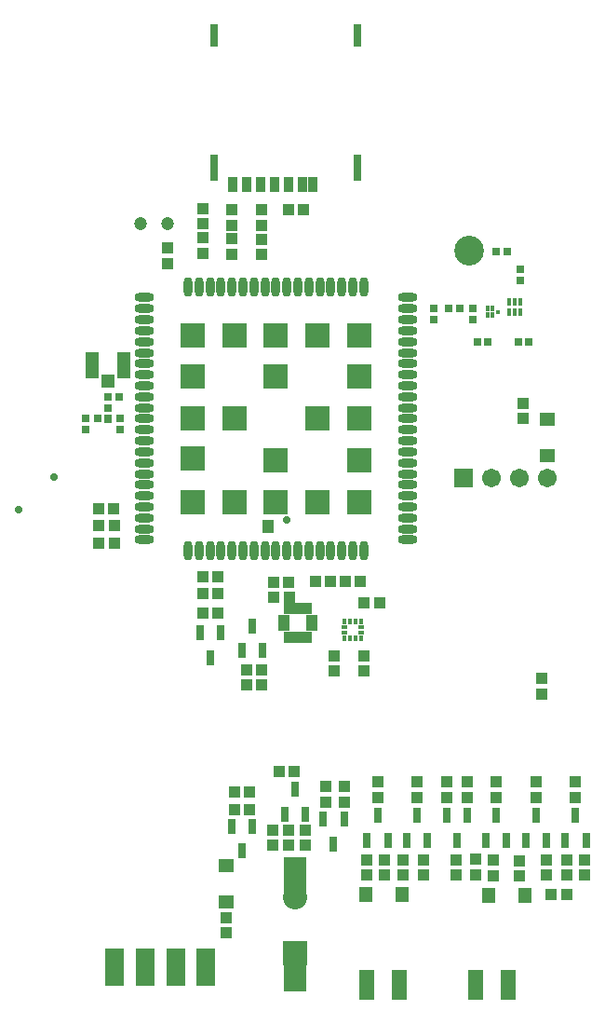
<source format=gbs>
G04*
G04 #@! TF.GenerationSoftware,Altium Limited,Altium Designer,21.2.1 (34)*
G04*
G04 Layer_Color=16711935*
%FSTAX24Y24*%
%MOIN*%
G70*
G04*
G04 #@! TF.SameCoordinates,4AC015DC-E3C4-4AC6-9BA4-5EE9E9B64A6E*
G04*
G04*
G04 #@! TF.FilePolarity,Negative*
G04*
G01*
G75*
%ADD46C,0.0671*%
%ADD47R,0.0680X0.1340*%
%ADD49R,0.0434X0.0395*%
%ADD51R,0.0552X0.1064*%
%ADD65R,0.0552X0.0474*%
%ADD66C,0.0474*%
%ADD68R,0.0395X0.0434*%
%ADD69R,0.0316X0.0533*%
%ADD70R,0.0474X0.0552*%
%ADD71C,0.0513*%
%ADD72C,0.0867*%
%ADD73R,0.0867X0.0867*%
%ADD74R,0.0671X0.0671*%
%ADD75C,0.0277*%
%ADD128R,0.0188X0.0178*%
%ADD129R,0.0178X0.0188*%
%ADD130R,0.0316X0.0277*%
%ADD131C,0.1064*%
%ADD132R,0.0474X0.0474*%
%ADD133R,0.0513X0.0946*%
%ADD134R,0.0789X0.1261*%
%ADD135R,0.0178X0.0208*%
%ADD136R,0.0159X0.0208*%
%ADD137R,0.0178X0.0178*%
%ADD138R,0.0395X0.0198*%
%ADD139R,0.0198X0.0395*%
%ADD140R,0.0395X0.0474*%
%ADD141O,0.0710X0.0316*%
%ADD142O,0.0316X0.0710*%
%ADD143R,0.0867X0.0867*%
%ADD144R,0.0308X0.0828*%
%ADD145R,0.0308X0.0946*%
%ADD146R,0.0336X0.0525*%
%ADD147R,0.0375X0.0525*%
%ADD148R,0.0277X0.0316*%
%ADD149R,0.0130X0.0315*%
D46*
X061553Y08472D02*
D03*
X060553D02*
D03*
X059553D02*
D03*
D47*
X04933Y06723D02*
D03*
X048239D02*
D03*
X047149D02*
D03*
X046058D02*
D03*
D49*
X060551Y070482D02*
D03*
Y071033D02*
D03*
X051326Y093273D02*
D03*
Y092722D02*
D03*
X049221Y094367D02*
D03*
Y093815D02*
D03*
X049221Y092776D02*
D03*
Y093327D02*
D03*
X04796Y092404D02*
D03*
Y092956D02*
D03*
X050043Y068454D02*
D03*
Y069005D02*
D03*
X05499Y078371D02*
D03*
Y07782D02*
D03*
X053909Y078371D02*
D03*
Y07782D02*
D03*
X054268Y07314D02*
D03*
Y073691D02*
D03*
X053628Y07314D02*
D03*
Y073691D02*
D03*
X052892Y072135D02*
D03*
Y071584D02*
D03*
X062251Y071076D02*
D03*
Y070525D02*
D03*
X062894Y071076D02*
D03*
Y070525D02*
D03*
X061528Y071076D02*
D03*
Y070525D02*
D03*
X058985Y071087D02*
D03*
Y070536D02*
D03*
X058293Y070525D02*
D03*
Y071076D02*
D03*
X059619Y07106D02*
D03*
Y070509D02*
D03*
X055093Y071076D02*
D03*
Y070525D02*
D03*
X056375Y071076D02*
D03*
Y070525D02*
D03*
X057933Y073295D02*
D03*
Y073846D02*
D03*
X061334Y076995D02*
D03*
Y077547D02*
D03*
X057107Y071076D02*
D03*
Y070525D02*
D03*
X062554Y073297D02*
D03*
Y073848D02*
D03*
X056886Y073295D02*
D03*
Y073846D02*
D03*
X061134Y073297D02*
D03*
Y073848D02*
D03*
X055479Y073297D02*
D03*
Y073848D02*
D03*
X059713Y073297D02*
D03*
Y073848D02*
D03*
X055718Y070525D02*
D03*
Y071076D02*
D03*
X058689Y073846D02*
D03*
Y073295D02*
D03*
X050242Y093777D02*
D03*
Y094328D02*
D03*
X050256Y092738D02*
D03*
Y093289D02*
D03*
X051324Y093761D02*
D03*
Y094312D02*
D03*
X060694Y087397D02*
D03*
Y086846D02*
D03*
D51*
X056265Y0666D02*
D03*
X055083D02*
D03*
X058974D02*
D03*
X060155D02*
D03*
D65*
X050043Y069565D02*
D03*
Y070865D02*
D03*
X061553Y086844D02*
D03*
Y085543D02*
D03*
D66*
X046984Y093824D02*
D03*
X04796Y093815D02*
D03*
D68*
X05499Y080265D02*
D03*
X055541D02*
D03*
X049213Y080597D02*
D03*
X049764D02*
D03*
X052296Y081001D02*
D03*
X051745D02*
D03*
X0523Y080472D02*
D03*
X051749D02*
D03*
X054862Y081035D02*
D03*
X054311D02*
D03*
X053245D02*
D03*
X053796D02*
D03*
X051319Y077878D02*
D03*
X050768D02*
D03*
X051319Y077327D02*
D03*
X050768D02*
D03*
X049213Y0812D02*
D03*
X049764D02*
D03*
X051947Y074235D02*
D03*
X052498D02*
D03*
X051719Y072135D02*
D03*
X05227D02*
D03*
X051719Y071584D02*
D03*
X05227D02*
D03*
X052831Y094313D02*
D03*
X05228D02*
D03*
X046018Y083621D02*
D03*
X045467D02*
D03*
X045494Y083039D02*
D03*
X046045D02*
D03*
X045494Y082399D02*
D03*
X046045D02*
D03*
X06224Y069815D02*
D03*
X061689D02*
D03*
X049213Y079895D02*
D03*
X049764D02*
D03*
X050892Y073499D02*
D03*
X050341D02*
D03*
X050892Y072858D02*
D03*
X050341D02*
D03*
D69*
X049114Y079181D02*
D03*
X049862D02*
D03*
X049488Y078296D02*
D03*
X05099Y079438D02*
D03*
X050616Y078552D02*
D03*
X051364D02*
D03*
X053894Y071628D02*
D03*
X054268Y072514D02*
D03*
X05352D02*
D03*
X052518Y073583D02*
D03*
X052144Y072697D02*
D03*
X052892D02*
D03*
X050242Y072273D02*
D03*
X05099D02*
D03*
X050616Y071387D02*
D03*
X060098Y071762D02*
D03*
X05935D02*
D03*
X059724Y072648D02*
D03*
X055846Y071762D02*
D03*
X055098D02*
D03*
X055472Y072648D02*
D03*
X061516Y071762D02*
D03*
X060768D02*
D03*
X061142Y072648D02*
D03*
X062933Y071762D02*
D03*
X062185D02*
D03*
X062559Y072648D02*
D03*
X057264Y071762D02*
D03*
X056516D02*
D03*
X05689Y072648D02*
D03*
X057933Y072648D02*
D03*
X058681D02*
D03*
X058307Y071762D02*
D03*
D70*
X056363Y069815D02*
D03*
X055062D02*
D03*
X059459Y069811D02*
D03*
X06076D02*
D03*
D71*
X05874Y092864D02*
D03*
D72*
X052518Y069739D02*
D03*
D73*
X048839Y089843D02*
D03*
X050335D02*
D03*
X051831D02*
D03*
X053327D02*
D03*
X054823D02*
D03*
X053327Y083858D02*
D03*
X051831D02*
D03*
X050335D02*
D03*
X048839D02*
D03*
Y085433D02*
D03*
X052518Y067739D02*
D03*
D74*
X058553Y08472D02*
D03*
D75*
X052206Y083218D02*
D03*
X042604Y083602D02*
D03*
X043876Y084774D02*
D03*
D128*
X054286Y079392D02*
D03*
Y079195D02*
D03*
X054887D02*
D03*
Y079392D02*
D03*
D129*
X054291Y078993D02*
D03*
X054488D02*
D03*
X054685D02*
D03*
X054882D02*
D03*
Y079593D02*
D03*
X054685D02*
D03*
X054488D02*
D03*
X054291D02*
D03*
D130*
X059432Y089602D02*
D03*
X059038D02*
D03*
X060503Y089602D02*
D03*
X060896D02*
D03*
X058008Y090797D02*
D03*
X058402D02*
D03*
X0601Y092837D02*
D03*
X059706D02*
D03*
X046221Y08764D02*
D03*
X045828D02*
D03*
X045433Y08685D02*
D03*
X045827D02*
D03*
D131*
X05874Y092864D02*
D03*
D132*
X045827Y088186D02*
D03*
D133*
X045256Y088776D02*
D03*
X046398D02*
D03*
D134*
X052512Y066993D02*
D03*
Y070536D02*
D03*
D135*
X059432Y090788D02*
D03*
Y090562D02*
D03*
D136*
X059599Y090788D02*
D03*
Y090562D02*
D03*
D137*
X059767Y090675D02*
D03*
D138*
X052116Y079546D02*
D03*
Y079349D02*
D03*
Y079743D02*
D03*
X05312Y079546D02*
D03*
Y079743D02*
D03*
Y079349D02*
D03*
D139*
X052224Y079034D02*
D03*
X052421D02*
D03*
X052618D02*
D03*
X052815D02*
D03*
X053012D02*
D03*
X052618Y080058D02*
D03*
X052421D02*
D03*
X052224D02*
D03*
X052815D02*
D03*
X053012D02*
D03*
D140*
X051555Y082992D02*
D03*
D141*
X047106Y083303D02*
D03*
Y08291D02*
D03*
Y082516D02*
D03*
X056555Y089996D02*
D03*
Y089602D02*
D03*
Y089209D02*
D03*
Y088815D02*
D03*
Y088421D02*
D03*
Y088028D02*
D03*
Y087634D02*
D03*
Y08724D02*
D03*
Y086846D02*
D03*
Y086453D02*
D03*
Y086059D02*
D03*
Y085665D02*
D03*
Y085272D02*
D03*
Y084878D02*
D03*
Y084484D02*
D03*
Y084091D02*
D03*
Y083697D02*
D03*
X047106D02*
D03*
Y084091D02*
D03*
Y084484D02*
D03*
Y084878D02*
D03*
Y085272D02*
D03*
Y085665D02*
D03*
Y086059D02*
D03*
Y086453D02*
D03*
Y086846D02*
D03*
Y08724D02*
D03*
Y087634D02*
D03*
Y088028D02*
D03*
Y088421D02*
D03*
Y088815D02*
D03*
Y089209D02*
D03*
Y089602D02*
D03*
Y089996D02*
D03*
X056555Y09039D02*
D03*
X056555Y090787D02*
D03*
Y091181D02*
D03*
Y082516D02*
D03*
Y082909D02*
D03*
Y083303D02*
D03*
X047106Y091181D02*
D03*
Y090787D02*
D03*
Y090394D02*
D03*
D142*
X048681Y091571D02*
D03*
X049075D02*
D03*
X049468D02*
D03*
X049862D02*
D03*
X050256D02*
D03*
X05065D02*
D03*
X051043D02*
D03*
X051437D02*
D03*
X051831D02*
D03*
X052224D02*
D03*
X052618D02*
D03*
X053012D02*
D03*
X053405D02*
D03*
X053799D02*
D03*
X054193D02*
D03*
X054587D02*
D03*
X05498D02*
D03*
Y082122D02*
D03*
X054587D02*
D03*
X054193D02*
D03*
X053799D02*
D03*
X053405D02*
D03*
X053012D02*
D03*
X052618D02*
D03*
X052224D02*
D03*
X051831D02*
D03*
X051437D02*
D03*
X051043D02*
D03*
X05065D02*
D03*
X050256D02*
D03*
X049862D02*
D03*
X049468D02*
D03*
X049075D02*
D03*
X048681D02*
D03*
D143*
X054823Y088347D02*
D03*
Y086851D02*
D03*
Y085355D02*
D03*
Y083858D02*
D03*
X053327Y086851D02*
D03*
X051831Y088347D02*
D03*
X048839D02*
D03*
Y086851D02*
D03*
X051831Y085355D02*
D03*
X050335Y086851D02*
D03*
D144*
X049622Y100551D02*
D03*
X05474D02*
D03*
D145*
Y095827D02*
D03*
X049622D02*
D03*
D146*
X053157Y095242D02*
D03*
D147*
X050283D02*
D03*
X052783D02*
D03*
X052283D02*
D03*
X051783D02*
D03*
X051283D02*
D03*
X050783D02*
D03*
D148*
X060568Y0918D02*
D03*
Y092193D02*
D03*
X058875Y0904D02*
D03*
Y090794D02*
D03*
X04626Y086457D02*
D03*
Y08685D02*
D03*
X057478Y090794D02*
D03*
Y0904D02*
D03*
X045827Y086824D02*
D03*
Y087217D02*
D03*
X045Y08685D02*
D03*
Y086457D02*
D03*
D149*
X060189Y09067D02*
D03*
X060386D02*
D03*
X060583D02*
D03*
Y091036D02*
D03*
X060386D02*
D03*
X060189D02*
D03*
M02*

</source>
